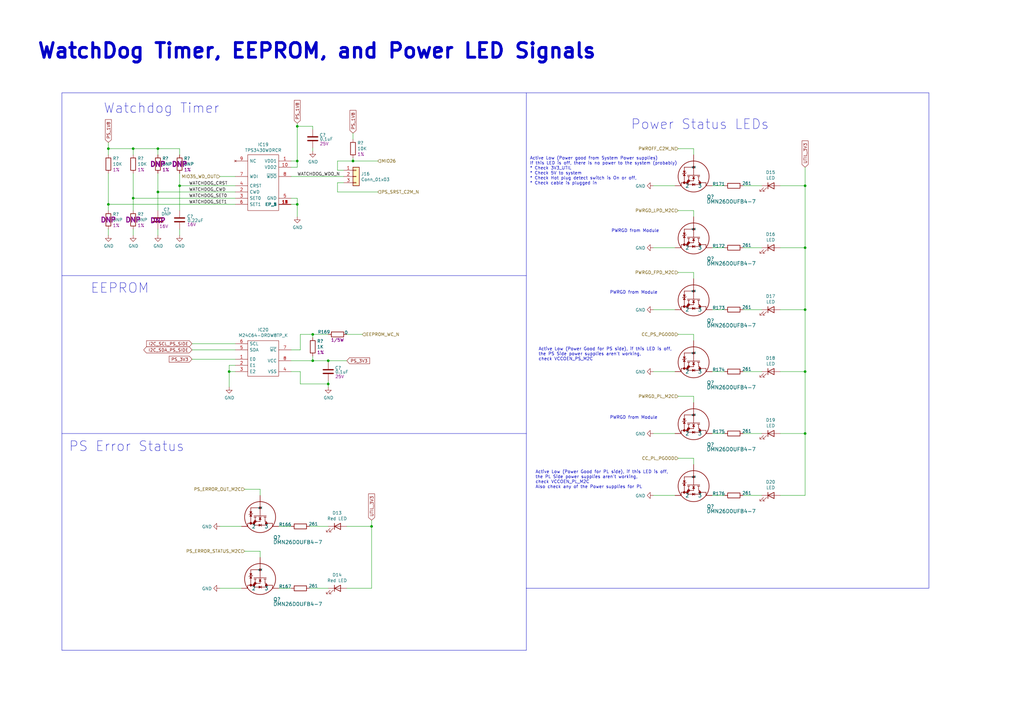
<source format=kicad_sch>
(kicad_sch (version 20230121) (generator eeschema)
  (paper "A3")
  (title_block (title "Top Sheet") (date "2023-12-21") (rev "1.00") (company "ApotheoTech LLC") (comment 1 "SCH: APT-KRIA-FMC") (comment 2 "Author: Chance Reimer"))
  (lib_symbols
    (symbol "ApotheoTech:DMN26D0UFB4-7" (pin_numbers hide) (pin_names (offset 1.6764))
      (property "Reference" "Q" (at 23.368 -2.032 0))
      (property "Value" "DMN26D0UFB4-7" (at 28.956 -4.318 0))
      (symbol "DMN26D0UFB4-7_1_1"
        (polyline (pts (xy 2.54 0) (xy 8.382 0)) (stroke (width 0.2032)))
        (polyline (pts (xy 5.08 -3.81) (xy 5.08 0)) (stroke (width 0.2032)))
        (polyline (pts (xy 5.08 -3.81) (xy 6.604 -3.81)) (stroke (width 0.2032)))
        (polyline (pts (xy 7.366 -3.048) (xy 7.62 -3.302)) (stroke (width 0.2032)))
        (polyline (pts (xy 7.62 -4.318) (xy 7.874 -4.572)) (stroke (width 0.2032)))
        (polyline (pts (xy 7.62 -3.302) (xy 7.62 -4.318)) (stroke (width 0.2032)))
        (polyline (pts (xy 8.382 -2.54) (xy 8.382 2.54)) (stroke (width 0.2032)))
        (polyline (pts (xy 8.636 -3.81) (xy 11.43 -3.81)) (stroke (width 0.2032)))
        (polyline (pts (xy 8.89 -2.54) (xy 8.89 -1.524)) (stroke (width 0.2032)))
        (polyline (pts (xy 8.89 -2.032) (xy 10.668 -2.032)) (stroke (width 0.2032)))
        (polyline (pts (xy 8.89 -0.508) (xy 8.89 0.508)) (stroke (width 0.2032)))
        (polyline (pts (xy 8.89 0) (xy 10.668 0)) (stroke (width 0.2032)))
        (polyline (pts (xy 8.89 1.524) (xy 8.89 2.54)) (stroke (width 0.2032)))
        (polyline (pts (xy 8.89 2.032) (xy 10.668 2.032)) (stroke (width 0.2032)))
        (polyline (pts (xy 10.668 -2.54) (xy 10.668 0)) (stroke (width 0.2032)))
        (polyline (pts (xy 10.668 -2.54) (xy 12.192 -2.54)) (stroke (width 0.2032)))
        (polyline (pts (xy 10.668 2.032) (xy 10.668 2.54)) (stroke (width 0.2032)))
        (polyline (pts (xy 10.668 2.54) (xy 12.192 2.54)) (stroke (width 0.2032)))
        (polyline (pts (xy 11.43 -5.08) (xy 11.43 -2.54)) (stroke (width 0.2032)))
        (polyline (pts (xy 11.43 -5.08) (xy 12.7 -5.08)) (stroke (width 0.2032)))
        (polyline (pts (xy 11.43 5.08) (xy 11.43 2.54)) (stroke (width 0.2032)))
        (polyline (pts (xy 11.43 5.08) (xy 12.7 5.08)) (stroke (width 0.2032)))
        (polyline (pts (xy 12.192 -2.54) (xy 12.192 2.54)) (stroke (width 0.2032)))
        (polyline (pts (xy 12.7 0.508) (xy 11.684 0.508)) (stroke (width 0.2032)))
        (polyline (pts (xy 6.604 -3.302) (xy 6.604 -4.318) (xy 7.62 -3.81) (xy 6.604 -3.302)) (stroke (width 0.0254)) (fill (type outline)))
        (polyline (pts (xy 8.636 -4.318) (xy 8.636 -3.302) (xy 7.62 -3.81) (xy 8.636 -4.318)) (stroke (width 0.0254)) (fill (type outline)))
        (polyline (pts (xy 9.906 -0.508) (xy 8.89 0) (xy 9.906 0.508) (xy 9.906 -0.508)) (stroke (width 0.0254)) (fill (type outline)))
        (polyline (pts (xy 12.7 -0.508) (xy 11.684 -0.508) (xy 12.192 0.508) (xy 12.7 -0.508)) (stroke (width 0.0254)) (fill (type outline)))
        (circle (center 5.08 0) (radius 0.0254) (stroke (width 0.508)))
        (circle (center 8.89 0) (radius 6.35) (stroke (width 0.254)))
        (circle (center 10.668 -2.032) (radius 0.0254) (stroke (width 0.508)))
        (circle (center 11.43 -3.81) (radius 0.0254) (stroke (width 0.508)))
        (circle (center 11.43 -2.54) (radius 0.0254) (stroke (width 0.508)))
        (circle (center 11.43 2.54) (radius 0.0254) (stroke (width 0.508)))
        (pin passive line (at 0 0 0) (length 2.54) (name "1") (number "1"))
        (pin passive line (at 12.7 -7.62 90) (length 2.54) (name "2") (number "2"))
        (pin passive line (at 12.7 7.62 270) (length 2.54) (name "3") (number "3"))
      )
    )
    (symbol "ApotheoTech:M24C64-DRDW8TP_K" (pin_names (offset 0.762))
      (property "Reference" "IC" (at -6.985 7.62 0))
      (property "Value" "M24C64-DRDW8TP_K" (at -6.985 5.08 0))
      (symbol "M24C64-DRDW8TP_K_0_0"
        (pin passive line (at -11.43 -3.81 0) (length 5.08) (name "E0") (number "1"))
        (pin passive line (at -11.43 -6.35 0) (length 5.08) (name "E1") (number "2"))
        (pin passive line (at -11.43 -8.89 0) (length 5.08) (name "E2") (number "3"))
        (pin passive line (at 11.43 -8.89 180) (length 5.08) (name "VSS") (number "4"))
        (pin passive line (at -11.43 0 0) (length 5.08) (name "SDA") (number "5"))
        (pin passive line (at -11.43 2.54 0) (length 5.08) (name "SCL") (number "6"))
        (pin passive line (at 11.43 0 180) (length 5.08) (name "~{WC}") (number "7"))
        (pin passive line (at 11.43 -4.445 180) (length 5.08) (name "VCC") (number "8"))
      )
      (symbol "M24C64-DRDW8TP_K_0_1"
        (rectangle (start -6.35 3.81) (end 6.35 -10.795))
      )
    )
    (symbol "ApotheoTech:TPS3430WDRCR" (pin_names (offset 0.762))
      (property "Reference" "IC" (at -5.715 16.51 0))
      (property "Value" "TPS3430WDRCR" (at -5.715 13.97 0))
      (symbol "TPS3430WDRCR_0_0"
        (pin passive line (at 11.43 10.16 180) (length 5.08) (name "VDD1") (number "1"))
        (pin passive line (at 11.43 7.62 180) (length 5.08) (name "VDD2") (number "10"))
        (pin passive line (at 11.43 -7.62 180) (length 5.08) (name "EP_1") (number "11"))
        (pin passive line (at 11.43 -7.62 180) (length 5.08) (name "EP_2") (number "12"))
        (pin passive line (at 11.43 -7.62 180) (length 5.08) (name "EP_3") (number "13"))
        (pin passive line (at 11.43 -7.62 180) (length 5.08) (name "EP_4") (number "14"))
        (pin passive line (at 11.43 -7.62 180) (length 5.08) (name "EP_5") (number "15"))
        (pin passive line (at -11.43 -2.54 0) (length 5.08) (name "CWD") (number "2"))
        (pin passive line (at -11.43 -5.08 0) (length 5.08) (name "SET0") (number "3"))
        (pin passive line (at -11.43 0 0) (length 5.08) (name "CRST") (number "4"))
        (pin passive line (at 11.43 -5.08 180) (length 5.08) (name "GND") (number "5"))
        (pin passive line (at -11.43 -7.62 0) (length 5.08) (name "SET1") (number "6"))
        (pin passive line (at -11.43 3.81 0) (length 5.08) (name "WDI") (number "7"))
        (pin passive line (at 11.43 3.81 180) (length 5.08) (name "~{WDO}") (number "8"))
        (pin no_connect line (at -11.43 10.16 0) (length 5.08) (name "NC") (number "9"))
      )
      (symbol "TPS3430WDRCR_0_1"
        (rectangle (start -6.35 12.7) (end 6.35 -10.16))
      )
    )
    (symbol "Connector_Generic:Conn_01x03" (pin_names (offset 1.016) hide)
      (property "Reference" "J" (at 0 5.08 0))
      (property "Value" "Conn_01x03" (at 0 -5.08 0))
      (symbol "Conn_01x03_1_1"
        (rectangle (start -1.27 -2.413) (end 0 -2.667) (stroke (width 0.1524)))
        (rectangle (start -1.27 0.127) (end 0 -0.127) (stroke (width 0.1524)))
        (rectangle (start -1.27 2.667) (end 0 2.413) (stroke (width 0.1524)))
        (rectangle (start -1.27 3.81) (end 1.27 -3.81) (stroke (width 0.254)) (fill (type background)))
        (pin passive line (at -5.08 2.54 0) (length 3.81) (name "Pin_1") (number "1"))
        (pin passive line (at -5.08 0 0) (length 3.81) (name "Pin_2") (number "2"))
        (pin passive line (at -5.08 -2.54 0) (length 3.81) (name "Pin_3") (number "3"))
      )
    )
    (symbol "Device:C" (pin_numbers hide) (pin_names (offset 0.254))
      (property "Reference" "C" (at 0.635 2.54 0))
      (property "Value" "C" (at 0.635 -2.54 0))
      (symbol "C_0_1"
        (polyline (pts (xy -2.032 -0.762) (xy 2.032 -0.762)) (stroke (width 0.508)))
        (polyline (pts (xy -2.032 0.762) (xy 2.032 0.762)) (stroke (width 0.508)))
      )
      (symbol "C_1_1"
        (pin passive line (at 0 3.81 270) (length 2.794) (name "~") (number "1"))
        (pin passive line (at 0 -3.81 90) (length 2.794) (name "~") (number "2"))
      )
    )
    (symbol "Device:LED" (pin_numbers hide) (pin_names (offset 1.016) hide)
      (property "Reference" "D" (at 0 2.54 0))
      (property "Value" "LED" (at 0 -2.54 0))
      (symbol "LED_0_1"
        (polyline (pts (xy -1.27 -1.27) (xy -1.27 1.27)) (stroke (width 0.254)))
        (polyline (pts (xy -1.27 0) (xy 1.27 0)))
        (polyline (pts (xy 1.27 -1.27) (xy 1.27 1.27) (xy -1.27 0) (xy 1.27 -1.27)) (stroke (width 0.254)))
        (polyline (pts (xy -3.048 -0.762) (xy -4.572 -2.286) (xy -3.81 -2.286) (xy -4.572 -2.286) (xy -4.572 -1.524)))
        (polyline (pts (xy -1.778 -0.762) (xy -3.302 -2.286) (xy -2.54 -2.286) (xy -3.302 -2.286) (xy -3.302 -1.524)))
      )
      (symbol "LED_1_1"
        (pin passive line (at -3.81 0 0) (length 2.54) (name "K") (number "1"))
        (pin passive line (at 3.81 0 180) (length 2.54) (name "A") (number "2"))
      )
    )
    (symbol "Device:R" (pin_numbers hide) (pin_names (offset 0))
      (property "Reference" "R" (at 2.032 0 90))
      (property "Value" "R" (at 0 0 90))
      (symbol "R_0_1"
        (rectangle (start -1.016 -2.54) (end 1.016 2.54) (stroke (width 0.254)))
      )
      (symbol "R_1_1"
        (pin passive line (at 0 3.81 270) (length 1.27) (name "~") (number "1"))
        (pin passive line (at 0 -3.81 90) (length 1.27) (name "~") (number "2"))
      )
    )
    (symbol "power:GND" (power) (pin_names (offset 0))
      (property "Value" "GND" (at 0 -3.81 0))
      (symbol "GND_0_1"
        (polyline (pts (xy 0 0) (xy 0 -1.27) (xy 1.27 -1.27) (xy 0 -2.54) (xy -1.27 -1.27) (xy 0 -1.27)))
      )
      (symbol "GND_1_1"
        (pin power_in line (at 0 0 270) (length 0) hide (name "GND") (number "1"))
      )
    )
  )
  (junction (at 54.61 81.28))
  (junction (at 128.27 147.955))
  (junction (at 152.4 215.9))
  (junction (at 330.2 127))
  (junction (at 330.2 101.6))
  (junction (at 54.61 60.96))
  (junction (at 330.2 177.8))
  (junction (at 134.62 157.48))
  (junction (at 134.62 147.955))
  (junction (at 64.77 78.74))
  (junction (at 64.77 60.96))
  (junction (at 144.78 66.04))
  (junction (at 121.92 51.816))
  (junction (at 44.45 60.96))
  (junction (at 330.2 76.2))
  (junction (at 121.92 66.04))
  (junction (at 330.2 152.4))
  (junction (at 93.98 152.4))
  (junction (at 128.27 137.16))
  (junction (at 44.45 83.82))
  (junction (at 121.92 83.82))
  (junction (at 73.66 76.2))
  (wire (pts (xy 304.8 203.2) (xy 312.42 203.2)))
  (polyline (pts (xy 25.4 266.7) (xy 25.4 38.1)))
  (wire (pts (xy 121.92 83.82) (xy 119.38 83.82)))
  (polyline (pts (xy 381 38.1) (xy 381 241.3)))
  (wire (pts (xy 134.62 157.48) (xy 123.19 157.48)))
  (wire (pts (xy 284.48 86.36) (xy 278.13 86.36)))
  (wire (pts (xy 304.8 152.4) (xy 312.42 152.4)))
  (wire (pts (xy 320.04 127) (xy 330.2 127)))
  (wire (pts (xy 320.04 152.4) (xy 330.2 152.4)))
  (wire (pts (xy 138.43 69.85) (xy 138.43 66.04)))
  (wire (pts (xy 330.2 152.4) (xy 330.2 177.8)))
  (wire (pts (xy 128.27 60.706) (xy 128.27 61.976)))
  (wire (pts (xy 134.62 156.21) (xy 134.62 157.48)))
  (wire (pts (xy 121.92 51.816) (xy 121.92 50.546)))
  (wire (pts (xy 96.52 83.82) (xy 44.45 83.82)))
  (wire (pts (xy 106.68 200.66) (xy 100.33 200.66)))
  (wire (pts (xy 44.45 86.36) (xy 44.45 83.82)))
  (wire (pts (xy 140.97 74.93) (xy 138.43 74.93)))
  (wire (pts (xy 284.48 114.3) (xy 284.48 111.76)))
  (wire (pts (xy 123.19 143.51) (xy 123.19 137.16)))
  (wire (pts (xy 121.92 66.04) (xy 119.38 66.04)))
  (wire (pts (xy 144.78 57.15) (xy 144.78 54.61)))
  (wire (pts (xy 121.92 68.58) (xy 121.92 66.04)))
  (wire (pts (xy 284.48 63.5) (xy 284.48 60.96)))
  (wire (pts (xy 138.43 78.74) (xy 154.94 78.74)))
  (polyline (pts (xy 215.9 177.8) (xy 25.4 177.8)))
  (wire (pts (xy 330.2 127) (xy 330.2 152.4)))
  (wire (pts (xy 128.27 147.955) (xy 128.27 146.05)))
  (polyline (pts (xy 215.9 38.1) (xy 215.9 266.7)))
  (wire (pts (xy 140.97 69.85) (xy 138.43 69.85)))
  (wire (pts (xy 320.04 203.2) (xy 330.2 203.2)))
  (wire (pts (xy 96.52 143.51) (xy 78.74 143.51)))
  (wire (pts (xy 114.3 215.9) (xy 119.38 215.9)))
  (wire (pts (xy 119.38 147.955) (xy 128.27 147.955)))
  (wire (pts (xy 292.1 101.6) (xy 297.18 101.6)))
  (wire (pts (xy 96.52 81.28) (xy 54.61 81.28)))
  (wire (pts (xy 152.4 215.9) (xy 152.4 213.36)))
  (wire (pts (xy 73.66 76.2) (xy 73.66 71.12)))
  (wire (pts (xy 292.1 203.2) (xy 297.18 203.2)))
  (wire (pts (xy 114.3 241.3) (xy 119.38 241.3)))
  (wire (pts (xy 54.61 93.98) (xy 54.61 96.52)))
  (wire (pts (xy 128.27 51.816) (xy 128.27 53.086)))
  (wire (pts (xy 106.68 226.06) (xy 100.33 226.06)))
  (wire (pts (xy 330.2 76.2) (xy 330.2 68.58)))
  (wire (pts (xy 119.38 81.28) (xy 121.92 81.28)))
  (wire (pts (xy 44.45 83.82) (xy 44.45 71.12)))
  (wire (pts (xy 292.1 76.2) (xy 297.18 76.2)))
  (wire (pts (xy 284.48 60.96) (xy 278.13 60.96)))
  (wire (pts (xy 93.98 152.4) (xy 93.98 158.75)))
  (wire (pts (xy 330.2 76.2) (xy 330.2 101.6)))
  (wire (pts (xy 304.8 177.8) (xy 312.42 177.8)))
  (wire (pts (xy 142.24 215.9) (xy 152.4 215.9)))
  (wire (pts (xy 128.27 137.16) (xy 134.62 137.16)))
  (wire (pts (xy 106.68 228.6) (xy 106.68 226.06)))
  (wire (pts (xy 44.45 60.96) (xy 54.61 60.96)))
  (wire (pts (xy 90.17 241.3) (xy 99.06 241.3)))
  (wire (pts (xy 284.48 165.1) (xy 284.48 162.56)))
  (wire (pts (xy 138.43 66.04) (xy 144.78 66.04)))
  (wire (pts (xy 284.48 162.56) (xy 278.13 162.56)))
  (wire (pts (xy 128.27 138.43) (xy 128.27 137.16)))
  (wire (pts (xy 54.61 86.36) (xy 54.61 81.28)))
  (wire (pts (xy 284.48 137.16) (xy 278.13 137.16)))
  (wire (pts (xy 138.43 74.93) (xy 138.43 78.74)))
  (wire (pts (xy 96.52 147.32) (xy 78.74 147.32)))
  (wire (pts (xy 93.98 152.4) (xy 96.52 152.4)))
  (wire (pts (xy 144.78 64.77) (xy 144.78 66.04)))
  (wire (pts (xy 267.97 76.2) (xy 276.86 76.2)))
  (wire (pts (xy 73.66 93.98) (xy 73.66 96.52)))
  (wire (pts (xy 73.66 60.96) (xy 73.66 63.5)))
  (wire (pts (xy 121.92 51.816) (xy 128.27 51.816)))
  (wire (pts (xy 106.68 203.2) (xy 106.68 200.66)))
  (wire (pts (xy 330.2 177.8) (xy 330.2 203.2)))
  (wire (pts (xy 304.8 76.2) (xy 312.42 76.2)))
  (wire (pts (xy 284.48 111.76) (xy 278.13 111.76)))
  (wire (pts (xy 44.45 93.98) (xy 44.45 96.52)))
  (wire (pts (xy 142.24 137.16) (xy 148.59 137.16)))
  (wire (pts (xy 64.77 60.96) (xy 73.66 60.96)))
  (wire (pts (xy 134.62 147.955) (xy 142.24 147.955)))
  (wire (pts (xy 284.48 139.7) (xy 284.48 137.16)))
  (wire (pts (xy 73.66 76.2) (xy 73.66 86.36)))
  (wire (pts (xy 119.38 68.58) (xy 121.92 68.58)))
  (wire (pts (xy 119.38 72.39) (xy 140.97 72.39)))
  (wire (pts (xy 119.38 143.51) (xy 123.19 143.51)))
  (wire (pts (xy 284.48 187.96) (xy 278.13 187.96)))
  (wire (pts (xy 54.61 81.28) (xy 54.61 71.12)))
  (wire (pts (xy 267.97 177.8) (xy 276.86 177.8)))
  (wire (pts (xy 267.97 101.6) (xy 276.86 101.6)))
  (wire (pts (xy 96.52 140.97) (xy 78.74 140.97)))
  (polyline (pts (xy 215.9 266.7) (xy 25.4 266.7)))
  (wire (pts (xy 54.61 60.96) (xy 64.77 60.96)))
  (wire (pts (xy 292.1 177.8) (xy 297.18 177.8)))
  (wire (pts (xy 123.19 137.16) (xy 128.27 137.16)))
  (polyline (pts (xy 25.4 113.03) (xy 215.9 113.03)))
  (wire (pts (xy 44.45 60.96) (xy 44.45 58.42)))
  (wire (pts (xy 54.61 60.96) (xy 54.61 63.5)))
  (wire (pts (xy 64.77 78.74) (xy 64.77 86.36)))
  (wire (pts (xy 292.1 152.4) (xy 297.18 152.4)))
  (wire (pts (xy 123.19 157.48) (xy 123.19 152.4)))
  (polyline (pts (xy 380.873 241.3) (xy 215.773 241.3)))
  (wire (pts (xy 128.27 147.955) (xy 134.62 147.955)))
  (wire (pts (xy 284.48 190.5) (xy 284.48 187.96)))
  (wire (pts (xy 320.04 76.2) (xy 330.2 76.2)))
  (wire (pts (xy 96.52 76.2) (xy 73.66 76.2)))
  (wire (pts (xy 267.97 127) (xy 276.86 127)))
  (wire (pts (xy 304.8 127) (xy 312.42 127)))
  (wire (pts (xy 152.4 241.3) (xy 152.4 215.9)))
  (wire (pts (xy 44.45 63.5) (xy 44.45 60.96)))
  (wire (pts (xy 64.77 60.96) (xy 64.77 63.5)))
  (wire (pts (xy 267.97 152.4) (xy 276.86 152.4)))
  (wire (pts (xy 96.52 72.39) (xy 90.17 72.39)))
  (wire (pts (xy 320.04 177.8) (xy 330.2 177.8)))
  (wire (pts (xy 64.77 78.74) (xy 64.77 71.12)))
  (wire (pts (xy 134.62 147.955) (xy 134.62 148.59)))
  (polyline (pts (xy 25.4 38.1) (xy 381 38.1)))
  (wire (pts (xy 284.48 88.9) (xy 284.48 86.36)))
  (wire (pts (xy 123.19 152.4) (xy 119.38 152.4)))
  (wire (pts (xy 127 215.9) (xy 134.62 215.9)))
  (wire (pts (xy 90.17 215.9) (xy 99.06 215.9)))
  (wire (pts (xy 320.04 101.6) (xy 330.2 101.6)))
  (wire (pts (xy 144.78 66.04) (xy 154.94 66.04)))
  (wire (pts (xy 64.77 93.98) (xy 64.77 96.52)))
  (wire (pts (xy 304.8 101.6) (xy 312.42 101.6)))
  (wire (pts (xy 96.52 78.74) (xy 64.77 78.74)))
  (wire (pts (xy 121.92 51.816) (xy 121.92 66.04)))
  (wire (pts (xy 93.98 149.86) (xy 93.98 152.4)))
  (wire (pts (xy 292.1 127) (xy 297.18 127)))
  (wire (pts (xy 96.52 149.86) (xy 93.98 149.86)))
  (wire (pts (xy 267.97 203.2) (xy 276.86 203.2)))
  (wire (pts (xy 121.92 83.82) (xy 121.92 88.9)))
  (wire (pts (xy 121.92 81.28) (xy 121.92 83.82)))
  (wire (pts (xy 134.62 157.48) (xy 134.62 158.75)))
  (wire (pts (xy 142.24 241.3) (xy 152.4 241.3)))
  (wire (pts (xy 330.2 101.6) (xy 330.2 127)))
  (wire (pts (xy 127 241.3) (xy 134.62 241.3)))
  (text "EEPROM" (at 37.084 120.65 0) (effects (font (size 3.9878 3.9878)) (justify left bottom)))
  (text "WatchDog Timer, EEPROM, and Power LED Signals" (at 14.986 24.511 0) (effects (font (size 5.9944 5.9944) (thickness 1.1989) bold) (justify left bottom)))
  (text "PWRGD from Module" (at 250.063 120.777 0) (effects (font (size 1.27 1.27)) (justify left bottom)))
  (text "Watchdog Timer" (at 42.418 46.863 0) (effects (font (size 3.9878 3.9878)) (justify left bottom)))
  (text "PWRGD from Module" (at 250.698 95.504 0) (effects (font (size 1.27 1.27)) (justify left bottom)))
  (text "Active Low (Power good from System Power supplies)\nIf this LED is off, there is no power to the system (probably)\n* Check 3V3_UTIL\n* Check 5V to system\n* Check Hot plug detect switch is On or off,\n* Check cable is plugged in\n" (at 217.297 75.946 0) (effects (font (size 1.27 1.27)) (justify left bottom)))
  (text "Active Low (Power Good for PS side), if this LED is off,\nthe PS Side power supplies aren't working, \ncheck VCCOEN_PS_M2C" (at 220.853 148.082 0) (effects (font (size 1.27 1.27)) (justify left bottom)))
  (text "Power Status LEDs" (at 258.699 53.467 0) (effects (font (size 3.9878 3.9878)) (justify left bottom)))
  (text "PWRGD from Module" (at 250.063 172.085 0) (effects (font (size 1.27 1.27)) (justify left bottom)))
  (text "Active Low (Power Good for PL side), if this LED is off,\nthe PL Side power supplies aren't working, \ncheck VCCOEN_PL_M2C\nAlso check any of the Power supplies for PL" (at 219.583 200.533 0) (effects (font (size 1.27 1.27)) (justify left bottom)))
  (text "PS Error Status" (at 28.194 185.547 0) (effects (font (size 3.9878 3.9878)) (justify left bottom)))
  (label "WATCHDOG_SET1" (at 77.47 83.82 0))
  (label "WATCHDOG_CRST" (at 77.47 76.2 0))
  (label "WATCHDOG_CWD" (at 77.47 78.74 0))
  (label "WATCHDOG_WDO_N" (at 121.92 72.39 0))
  (label "WATCHDOG_SET0" (at 77.47 81.28 0))
  (global_label "I2C_SDA_PS_SIDE" (shape bidirectional) (at 78.74 143.51 180) (property "Intersheetrefs" "${INTERSHEET_REFS}" (effects hide)))
  (global_label "PS_3V3" (shape input) (at 142.24 147.955 0) (property "Intersheetrefs" "${INTERSHEET_REFS}" (effects hide)))
  (global_label "UTIL_3V3" (shape input) (at 330.2 68.58 90) (property "Intersheetrefs" "${INTERSHEET_REFS}" (effects hide)))
  (global_label "PS_3V3" (shape input) (at 78.74 147.32 180) (property "Intersheetrefs" "${INTERSHEET_REFS}" (effects hide)))
  (global_label "PS_1V8" (shape input) (at 144.78 54.61 90) (property "Intersheetrefs" "${INTERSHEET_REFS}" (effects hide)))
  (global_label "I2C_SCL_PS_SIDE" (shape input) (at 78.74 140.97 180) (property "Intersheetrefs" "${INTERSHEET_REFS}" (effects hide)))
  (global_label "PS_1V8" (shape input) (at 44.45 58.42 90) (property "Intersheetrefs" "${INTERSHEET_REFS}" (effects hide)))
  (global_label "PS_1V8" (shape input) (at 121.92 50.546 90) (property "Intersheetrefs" "${INTERSHEET_REFS}" (effects hide)))
  (global_label "UTIL_3V3" (shape input) (at 152.4 213.36 90) (property "Intersheetrefs" "${INTERSHEET_REFS}" (effects hide)))
  (hierarchical_label "CC_PL_PGOOD" (shape input) (at 278.13 187.96 180))
  (hierarchical_label "CC_PS_PGOOD" (shape input) (at 278.13 137.16 180))
  (hierarchical_label "PWRGD_FPD_M2C" (shape input) (at 278.13 111.76 180))
  (hierarchical_label "PWROFF_C2M_N" (shape input) (at 278.13 60.96 180))
  (hierarchical_label "PS_ERROR_STATUS_M2C" (shape input) (at 100.33 226.06 180))
  (hierarchical_label "PWRGD_PL_M2C" (shape input) (at 278.13 162.56 180))
  (hierarchical_label "PWRGD_LPD_M2C" (shape input) (at 278.13 86.36 180))
  (hierarchical_label "EEPROM_WC_N" (shape input) (at 148.59 137.16 0))
  (hierarchical_label "MIO35_WD_OUT" (shape input) (at 90.17 72.39 180))
  (hierarchical_label "MIO26" (shape input) (at 154.94 66.04 0))
  (hierarchical_label "PS_ERROR_OUT_M2C" (shape input) (at 100.33 200.66 180))
  (hierarchical_label "PS_SRST_C2M_N" (shape input) (at 154.94 78.74 0))
  (symbol (lib_id "Device:R") (at 123.19 241.3 90) (unit 1)
    (property "Reference" "R167" (at 116.967 240.538 90))
    (property "Value" "261" (at 128.524 240.284 90))
    (property "Footprint" "Resistor_SMD:R_0402_1005Metric" (effects hide))
    (property "PartNumber" "ERJ-2RKF2610X" (effects hide))
    (property "Power" "1/10W" (effects hide))
    (property "URL" "https://www.digikey.com/en/products/detail/ERJ-2RKF2610X/P261LCT-ND/194299?itemSeq=376143758" (effects hide))
    (instances (project "APT-KRIA-FMC" (path "" (reference "R167") (unit 1)) (path "" (reference "R?") (unit 1))))
  )
  (symbol (lib_id "power:GND") (at 90.17 241.3 270) (unit 1)
    (property "Reference" "#PWR0224" (effects hide))
    (property "Value" "GND" (at 86.9188 241.427 90) (effects (justify right)))
  )
  (symbol (lib_id "ApotheoTech:DMN26D0UFB4-7") (at 106.68 228.6 270) (unit 1)
    (property "Reference" "Q?" (at 112.014 245.872 90) (effects (font (size 1.524 1.524)) (justify left)))
    (property "Value" "DMN26D0UFB4-7" (at 112.014 247.777 90) (effects (font (size 1.524 1.524)) (justify left)))
    (property "Footprint" "ApotheoTech_CXP_Lib:DMN26D0UFB4-7" (effects hide))
    (instances (project "APT-KRIA-FMC" (path "" (reference "Q?") (unit 1)) (path "" (reference "Q?") (unit 1)) (path "" (reference "Q23") (unit 1))))
  )
  (symbol (lib_id "Device:LED") (at 138.43 215.9 0) (unit 1)
    (property "Reference" "D13" (at 138.2522 210.3882 0))
    (property "Value" "Red LED" (at 138.2522 212.6996 0))
    (property "Footprint" "Diode_SMD:D_0603_1608Metric" (effects hide))
    (property "PartNumber" "APT1608SURCK" (effects hide))
  )
  (symbol (lib_id "Device:R") (at 123.19 215.9 90) (unit 1)
    (property "Reference" "R166" (at 116.967 215.138 90))
    (property "Value" "261" (at 128.524 214.884 90))
    (property "Footprint" "Resistor_SMD:R_0402_1005Metric" (effects hide))
    (property "PartNumber" "ERJ-2RKF2610X" (effects hide))
    (property "Power" "1/10W" (effects hide))
    (property "URL" "https://www.digikey.com/en/products/detail/ERJ-2RKF2610X/P261LCT-ND/194299?itemSeq=376143758" (effects hide))
    (instances (project "APT-KRIA-FMC" (path "" (reference "R166") (unit 1)) (path "" (reference "R?") (unit 1))))
  )
  (symbol (lib_id "power:GND") (at 90.17 215.9 270) (unit 1)
    (property "Reference" "#PWR0223" (effects hide))
    (property "Value" "GND" (at 86.9188 216.027 90) (effects (justify right)))
  )
  (symbol (lib_id "ApotheoTech:DMN26D0UFB4-7") (at 106.68 203.2 270) (unit 1)
    (property "Reference" "Q?" (at 112.014 220.472 90) (effects (font (size 1.524 1.524)) (justify left)))
    (property "Value" "DMN26D0UFB4-7" (at 112.014 222.377 90) (effects (font (size 1.524 1.524)) (justify left)))
    (property "Footprint" "ApotheoTech_CXP_Lib:DMN26D0UFB4-7" (effects hide))
    (instances (project "APT-KRIA-FMC" (path "" (reference "Q?") (unit 1)) (path "" (reference "Q?") (unit 1)) (path "" (reference "Q22") (unit 1))))
  )
  (symbol (lib_id "Device:LED") (at 138.43 241.3 0) (unit 1)
    (property "Reference" "D14" (at 138.2522 235.7882 0))
    (property "Value" "Red LED" (at 138.2522 238.0996 0))
    (property "Footprint" "Diode_SMD:D_0603_1608Metric" (effects hide))
    (property "PartNumber" "APT1608SURCK" (effects hide))
  )
  (symbol (lib_id "ApotheoTech:TPS3430WDRCR") (at 107.95 76.2 0) (unit 1)
    (property "Reference" "IC19" (at 107.95 59.309 0))
    (property "Value" "TPS3430WDRCR" (at 107.95 61.6204 0))
    (property "Footprint" "ApotheoTech_CXP_Lib:TPS3430WDRCR" (effects hide))
    (property "Datasheet" "https://www.tij.co.jp/lit/ds/symlink/tps3430.pdf?ts=1614313111942&ref_url=https%253A%252F%252Fwww.tij.co.jp%252Fproduct%252Fjp%252FTPS3430" (effects hide))
    (property "Description" "Window Watchdog Timer With Programmable Reset Delay" (effects hide))
    (property "Height" "1" (effects hide))
    (property "Mouser Part Number" "595-TPS3430WDRCR" (effects hide))
    (property "Mouser Price/Stock" "https://www.mouser.co.uk/ProductDetail/Texas-Instruments/TPS3430WDRCR?qs=w%2Fv1CP2dgqqCtqjQEACEPw%3D%3D" (effects hide))
    (property "Manufacturer_Name" "Texas Instruments" (effects hide))
    (property "Manufacturer_Part_Number" "TPS3430WDRCR" (effects hide))
  )
  (symbol (lib_id "ApotheoTech:DMN26D0UFB4-7") (at 284.48 63.5 270) (unit 1)
    (property "Reference" "Q?" (at 289.814 80.772 90) (effects (font (size 1.524 1.524)) (justify left)))
    (property "Value" "DMN26D0UFB4-7" (at 289.814 82.677 90) (effects (font (size 1.524 1.524)) (justify left)))
    (property "Footprint" "ApotheoTech_CXP_Lib:DMN26D0UFB4-7" (effects hide))
    (instances (project "APT-KRIA-FMC" (path "" (reference "Q?") (unit 1)) (path "" (reference "Q?") (unit 1)) (path "" (reference "Q24") (unit 1))))
  )
  (symbol (lib_id "power:GND") (at 267.97 76.2 270) (unit 1)
    (property "Reference" "#PWR0229" (effects hide))
    (property "Value" "GND" (at 264.7188 76.327 90) (effects (justify right)))
  )
  (symbol (lib_id "Device:R") (at 300.99 76.2 90) (unit 1)
    (property "Reference" "R171" (at 294.767 75.438 90))
    (property "Value" "261" (at 306.324 75.184 90))
    (property "Footprint" "Resistor_SMD:R_0402_1005Metric" (effects hide))
    (property "PartNumber" "ERJ-2RKF2610X" (effects hide))
    (property "Power" "1/10W" (effects hide))
    (property "URL" "https://www.digikey.com/en/products/detail/ERJ-2RKF2610X/P261LCT-ND/194299?itemSeq=376143758" (effects hide))
    (instances (project "APT-KRIA-FMC" (path "" (reference "R171") (unit 1)) (path "" (reference "R?") (unit 1))))
  )
  (symbol (lib_id "Device:LED") (at 316.23 76.2 0) (unit 1)
    (property "Reference" "D15" (at 316.0522 70.6882 0))
    (property "Value" "LED" (at 316.0522 72.9996 0))
    (property "Footprint" "Diode_SMD:D_0603_1608Metric" (effects hide))
    (property "PartNumber" "SML-LX0603GW-TR" (effects hide))
  )
  (symbol (lib_id "ApotheoTech:DMN26D0UFB4-7") (at 284.48 88.9 270) (unit 1)
    (property "Reference" "Q?" (at 289.814 106.172 90) (effects (font (size 1.524 1.524)) (justify left)))
    (property "Value" "DMN26D0UFB4-7" (at 289.814 108.077 90) (effects (font (size 1.524 1.524)) (justify left)))
    (property "Footprint" "ApotheoTech_CXP_Lib:DMN26D0UFB4-7" (effects hide))
    (instances (project "APT-KRIA-FMC" (path "" (reference "Q?") (unit 1)) (path "" (reference "Q?") (unit 1)) (path "" (reference "Q25") (unit 1))))
  )
  (symbol (lib_id "power:GND") (at 267.97 101.6 270) (unit 1)
    (property "Reference" "#PWR0230" (effects hide))
    (property "Value" "GND" (at 264.7188 101.727 90) (effects (justify right)))
  )
  (symbol (lib_id "Device:R") (at 300.99 101.6 90) (unit 1)
    (property "Reference" "R172" (at 294.767 100.838 90))
    (property "Value" "261" (at 306.324 100.584 90))
    (property "Footprint" "Resistor_SMD:R_0402_1005Metric" (effects hide))
    (property "PartNumber" "ERJ-2RKF2610X" (effects hide))
    (property "Power" "1/10W" (effects hide))
    (property "URL" "https://www.digikey.com/en/products/detail/ERJ-2RKF2610X/P261LCT-ND/194299?itemSeq=376143758" (effects hide))
    (instances (project "APT-KRIA-FMC" (path "" (reference "R172") (unit 1)) (path "" (reference "R?") (unit 1))))
  )
  (symbol (lib_id "Device:LED") (at 316.23 101.6 0) (unit 1)
    (property "Reference" "D16" (at 316.0522 96.0882 0))
    (property "Value" "LED" (at 316.0522 98.3996 0))
    (property "Footprint" "Diode_SMD:D_0603_1608Metric" (effects hide))
    (property "PartNumber" "SML-LX0603GW-TR" (effects hide))
  )
  (symbol (lib_id "ApotheoTech:DMN26D0UFB4-7") (at 284.48 114.3 270) (unit 1)
    (property "Reference" "Q?" (at 289.814 131.572 90) (effects (font (size 1.524 1.524)) (justify left)))
    (property "Value" "DMN26D0UFB4-7" (at 289.814 133.477 90) (effects (font (size 1.524 1.524)) (justify left)))
    (property "Footprint" "ApotheoTech_CXP_Lib:DMN26D0UFB4-7" (effects hide))
    (instances (project "APT-KRIA-FMC" (path "" (reference "Q?") (unit 1)) (path "" (reference "Q?") (unit 1)) (path "" (reference "Q26") (unit 1))))
  )
  (symbol (lib_id "power:GND") (at 267.97 127 270) (unit 1)
    (property "Reference" "#PWR0231" (effects hide))
    (property "Value" "GND" (at 264.7188 127.127 90) (effects (justify right)))
  )
  (symbol (lib_id "Device:R") (at 300.99 127 90) (unit 1)
    (property "Reference" "R173" (at 294.767 126.238 90))
    (property "Value" "261" (at 306.324 125.984 90))
    (property "Footprint" "Resistor_SMD:R_0402_1005Metric" (effects hide))
    (property "PartNumber" "ERJ-2RKF2610X" (effects hide))
    (property "Power" "1/10W" (effects hide))
    (property "URL" "https://www.digikey.com/en/products/detail/ERJ-2RKF2610X/P261LCT-ND/194299?itemSeq=376143758" (effects hide))
    (instances (project "APT-KRIA-FMC" (path "" (reference "R173") (unit 1)) (path "" (reference "R?") (unit 1))))
  )
  (symbol (lib_id "Device:LED") (at 316.23 127 0) (unit 1)
    (property "Reference" "D17" (at 316.0522 121.4882 0))
    (property "Value" "LED" (at 316.0522 123.7996 0))
    (property "Footprint" "Diode_SMD:D_0603_1608Metric" (effects hide))
    (property "PartNumber" "SML-LX0603GW-TR" (effects hide))
  )
  (symbol (lib_id "ApotheoTech:DMN26D0UFB4-7") (at 284.48 139.7 270) (unit 1)
    (property "Reference" "Q?" (at 289.814 156.972 90) (effects (font (size 1.524 1.524)) (justify left)))
    (property "Value" "DMN26D0UFB4-7" (at 289.814 158.877 90) (effects (font (size 1.524 1.524)) (justify left)))
    (property "Footprint" "ApotheoTech_CXP_Lib:DMN26D0UFB4-7" (effects hide))
    (instances (project "APT-KRIA-FMC" (path "" (reference "Q?") (unit 1)) (path "" (reference "Q?") (unit 1)) (path "" (reference "Q27") (unit 1))))
  )
  (symbol (lib_id "power:GND") (at 267.97 152.4 270) (unit 1)
    (property "Reference" "#PWR0232" (effects hide))
    (property "Value" "GND" (at 264.7188 152.527 90) (effects (justify right)))
  )
  (symbol (lib_id "Device:R") (at 300.99 152.4 90) (unit 1)
    (property "Reference" "R174" (at 294.767 151.638 90))
    (property "Value" "261" (at 306.324 151.384 90))
    (property "Footprint" "Resistor_SMD:R_0402_1005Metric" (effects hide))
    (property "PartNumber" "ERJ-2RKF2610X" (effects hide))
    (property "Power" "1/10W" (effects hide))
    (property "URL" "https://www.digikey.com/en/products/detail/ERJ-2RKF2610X/P261LCT-ND/194299?itemSeq=376143758" (effects hide))
    (instances (project "APT-KRIA-FMC" (path "" (reference "R174") (unit 1)) (path "" (reference "R?") (unit 1))))
  )
  (symbol (lib_id "Device:LED") (at 316.23 152.4 0) (unit 1)
    (property "Reference" "D18" (at 316.0522 146.8882 0))
    (property "Value" "LED" (at 316.0522 149.1996 0))
    (property "Footprint" "Diode_SMD:D_0603_1608Metric" (effects hide))
    (property "PartNumber" "SML-LX0603GW-TR" (effects hide))
  )
  (symbol (lib_id "Device:LED") (at 316.23 203.2 0) (unit 1)
    (property "Reference" "D20" (at 316.0522 197.6882 0))
    (property "Value" "LED" (at 316.0522 199.9996 0))
    (property "Footprint" "Diode_SMD:D_0603_1608Metric" (effects hide))
    (property "PartNumber" "SML-LX0603GW-TR" (effects hide))
  )
  (symbol (lib_id "Device:R") (at 300.99 203.2 90) (unit 1)
    (property "Reference" "R176" (at 294.767 202.438 90))
    (property "Value" "261" (at 306.324 202.184 90))
    (property "Footprint" "Resistor_SMD:R_0402_1005Metric" (effects hide))
    (property "PartNumber" "ERJ-2RKF2610X" (effects hide))
    (property "Power" "1/10W" (effects hide))
    (property "URL" "https://www.digikey.com/en/products/detail/ERJ-2RKF2610X/P261LCT-ND/194299?itemSeq=376143758" (effects hide))
    (instances (project "APT-KRIA-FMC" (path "" (reference "R176") (unit 1)) (path "" (reference "R?") (unit 1))))
  )
  (symbol (lib_id "power:GND") (at 267.97 203.2 270) (unit 1)
    (property "Reference" "#PWR0234" (effects hide))
    (property "Value" "GND" (at 264.7188 203.327 90) (effects (justify right)))
  )
  (symbol (lib_id "ApotheoTech:DMN26D0UFB4-7") (at 284.48 190.5 270) (unit 1)
    (property "Reference" "Q?" (at 289.814 207.772 90) (effects (font (size 1.524 1.524)) (justify left)))
    (property "Value" "DMN26D0UFB4-7" (at 289.814 209.677 90) (effects (font (size 1.524 1.524)) (justify left)))
    (property "Footprint" "ApotheoTech_CXP_Lib:DMN26D0UFB4-7" (effects hide))
    (instances (project "APT-KRIA-FMC" (path "" (reference "Q?") (unit 1)) (path "" (reference "Q?") (unit 1)) (path "" (reference "Q29") (unit 1))))
  )
  (symbol (lib_id "Device:LED") (at 316.23 177.8 0) (unit 1)
    (property "Reference" "D19" (at 316.0522 172.2882 0))
    (property "Value" "LED" (at 316.0522 174.5996 0))
    (property "Footprint" "Diode_SMD:D_0603_1608Metric" (effects hide))
    (property "PartNumber" "SML-LX0603GW-TR" (effects hide))
  )
  (symbol (lib_id "Device:R") (at 300.99 177.8 90) (unit 1)
    (property "Reference" "R175" (at 294.767 177.038 90))
    (property "Value" "261" (at 306.324 176.784 90))
    (property "Footprint" "Resistor_SMD:R_0402_1005Metric" (effects hide))
    (property "PartNumber" "ERJ-2RKF2610X" (effects hide))
    (property "Power" "1/10W" (effects hide))
    (property "URL" "https://www.digikey.com/en/products/detail/ERJ-2RKF2610X/P261LCT-ND/194299?itemSeq=376143758" (effects hide))
    (instances (project "APT-KRIA-FMC" (path "" (reference "R175") (unit 1)) (path "" (reference "R?") (unit 1))))
  )
  (symbol (lib_id "power:GND") (at 267.97 177.8 270) (unit 1)
    (property "Reference" "#PWR0233" (effects hide))
    (property "Value" "GND" (at 264.7188 177.927 90) (effects (justify right)))
  )
  (symbol (lib_id "ApotheoTech:DMN26D0UFB4-7") (at 284.48 165.1 270) (unit 1)
    (property "Reference" "Q?" (at 289.814 182.372 90) (effects (font (size 1.524 1.524)) (justify left)))
    (property "Value" "DMN26D0UFB4-7" (at 289.814 184.277 90) (effects (font (size 1.524 1.524)) (justify left)))
    (property "Footprint" "ApotheoTech_CXP_Lib:DMN26D0UFB4-7" (effects hide))
    (instances (project "APT-KRIA-FMC" (path "" (reference "Q?") (unit 1)) (path "" (reference "Q?") (unit 1)) (path "" (reference "Q28") (unit 1))))
  )
  (symbol (lib_id "Device:C") (at 128.27 56.896 180) (unit 1)
    (property "Reference" "C?" (at 132.334 55.372 0))
    (property "Value" "0.1uF" (at 133.858 57.023 0))
    (property "Footprint" "Capacitor_SMD:C_0402_1005Metric" (effects hide))
    (property "PartNumber" "TMK105BJ104KVHF" (effects hide))
    (property "Tolerance" "+-10%" (effects hide))
    (property "Voltage" "25V" (at 132.969 58.928 0))
    (property "Temp_Val" "X5R" (effects hide))
    (property "URL" "https://www.digikey.com/en/products/detail/TMK105BJ104KVHF/587-3808-1-ND/4811278?itemSeq=375666509" (effects hide))
    (instances (project "APT-KRIA-FMC" (path "" (reference "C?") (unit 1)) (path "" (reference "C198") (unit 1)) (path "" (reference "C?") (unit 1))))
  )
  (symbol (lib_id "power:GND") (at 128.27 61.976 0) (unit 1)
    (property "Reference" "#PWR0227" (effects hide))
    (property "Value" "GND" (at 128.397 66.3702 0))
  )
  (symbol (lib_id "power:GND") (at 121.92 88.9 0) (unit 1)
    (property "Reference" "#PWR0226" (effects hide))
    (property "Value" "GND" (at 122.047 93.2942 0))
  )
  (symbol (lib_id "Device:R") (at 44.45 67.31 0) (unit 1)
    (property "Reference" "R?" (at 46.228 64.9986 0) (effects (justify left)))
    (property "Value" "10K" (at 46.228 67.31 0) (effects (justify left)))
    (property "Footprint" "Resistor_SMD:R_0402_1005Metric" (effects hide))
    (property "Tolerance" "1%" (at 46.228 69.6214 0) (effects (justify left)))
    (property "Power" "1/10W" (effects hide))
    (property "PartNumber" "ERJ-2RKF1002X" (effects hide))
    (property "URL" "https://www.digikey.com/en/products/detail/panasonic-electronic-components/ERJ-2RKF1002X/192073" (effects hide))
    (instances (project "APT-KRIA-FMC" (path "" (reference "R?") (unit 1)) (path "" (reference "R160") (unit 1)) (path "" (reference "R?") (unit 1))))
  )
  (symbol (lib_id "Device:R") (at 54.61 67.31 0) (unit 1)
    (property "Reference" "R?" (at 56.388 64.9986 0) (effects (justify left)))
    (property "Value" "10K" (at 56.388 67.31 0) (effects (justify left)))
    (property "Footprint" "Resistor_SMD:R_0402_1005Metric" (effects hide))
    (property "Tolerance" "1%" (at 56.388 69.6214 0) (effects (justify left)))
    (property "Power" "1/10W" (effects hide))
    (property "PartNumber" "ERJ-2RKF1002X" (effects hide))
    (property "URL" "https://www.digikey.com/en/products/detail/panasonic-electronic-components/ERJ-2RKF1002X/192073" (effects hide))
    (instances (project "APT-KRIA-FMC" (path "" (reference "R?") (unit 1)) (path "" (reference "R162") (unit 1)) (path "" (reference "R?") (unit 1))))
  )
  (symbol (lib_id "Device:R") (at 64.77 67.31 0) (unit 1)
    (property "Reference" "R?" (at 66.548 64.9986 0) (effects (justify left)))
    (property "Value" "DNP" (at 66.548 67.31 0) (effects (justify left)))
    (property "Footprint" "Resistor_SMD:R_0402_1005Metric" (effects hide))
    (property "Tolerance" "1%" (at 66.548 69.6214 0) (effects (justify left)))
    (property "Power" "1/10W" (effects hide))
    (property "PartNumber" "ERJ-2RKF1002X" (effects hide))
    (property "URL" "https://www.digikey.com/en/products/detail/panasonic-electronic-components/ERJ-2RKF1002X/192073" (effects hide))
    (property "DNP" "DNP" (at 64.77 67.31 0) (effects (font (size 2.0066 2.0066) bold)))
    (instances (project "APT-KRIA-FMC" (path "" (reference "R?") (unit 1)) (path "" (reference "R164") (unit 1)) (path "" (reference "R?") (unit 1))))
  )
  (symbol (lib_id "Device:R") (at 73.66 67.31 0) (unit 1)
    (property "Reference" "R?" (at 75.438 64.9986 0) (effects (justify left)))
    (property "Value" "DNP" (at 75.438 67.31 0) (effects (justify left)))
    (property "Footprint" "Resistor_SMD:R_0402_1005Metric" (effects hide))
    (property "Tolerance" "1%" (at 75.438 69.6214 0) (effects (justify left)))
    (property "Power" "1/10W" (effects hide))
    (property "PartNumber" "ERJ-2RKF1002X" (effects hide))
    (property "URL" "https://www.digikey.com/en/products/detail/panasonic-electronic-components/ERJ-2RKF1002X/192073" (effects hide))
    (property "DNP" "DNP" (at 73.66 67.31 0) (effects (font (size 2.0066 2.0066) bold)))
    (property "DNP_Val" "10k" (effects hide))
    (instances (project "APT-KRIA-FMC" (path "" (reference "R?") (unit 1)) (path "" (reference "R165") (unit 1)) (path "" (reference "R?") (unit 1))))
  )
  (symbol (lib_id "Device:R") (at 44.45 90.17 0) (unit 1)
    (property "Reference" "R?" (at 46.228 87.8586 0) (effects (justify left)))
    (property "Value" "DNP" (at 46.228 90.17 0) (effects (justify left)))
    (property "Footprint" "Resistor_SMD:R_0402_1005Metric" (effects hide))
    (property "Tolerance" "1%" (at 46.228 92.4814 0) (effects (justify left)))
    (property "Power" "1/10W" (effects hide))
    (property "PartNumber" "ERJ-2RKF1002X" (effects hide))
    (property "URL" "https://www.digikey.com/en/products/detail/panasonic-electronic-components/ERJ-2RKF1002X/192073" (effects hide))
    (property "DNP" "DNP" (at 44.45 90.17 0) (effects (font (size 2.0066 2.0066) bold)))
    (instances (project "APT-KRIA-FMC" (path "" (reference "R?") (unit 1)) (path "" (reference "R161") (unit 1)) (path "" (reference "R?") (unit 1))))
  )
  (symbol (lib_id "Device:R") (at 54.61 90.17 0) (unit 1)
    (property "Reference" "R?" (at 56.388 87.8586 0) (effects (justify left)))
    (property "Value" "DNP" (at 56.388 90.17 0) (effects (justify left)))
    (property "Footprint" "Resistor_SMD:R_0402_1005Metric" (effects hide))
    (property "Tolerance" "1%" (at 56.388 92.4814 0) (effects (justify left)))
    (property "Power" "1/10W" (effects hide))
    (property "PartNumber" "ERJ-2RKF1002X" (effects hide))
    (property "URL" "https://www.digikey.com/en/products/detail/panasonic-electronic-components/ERJ-2RKF1002X/192073" (effects hide))
    (property "DNP" "DNP" (at 54.61 90.17 0) (effects (font (size 2.0066 2.0066) bold)))
    (instances (project "APT-KRIA-FMC" (path "" (reference "R?") (unit 1)) (path "" (reference "R163") (unit 1)) (path "" (reference "R?") (unit 1))))
  )
  (symbol (lib_id "power:GND") (at 54.61 96.52 0) (unit 1)
    (property "Reference" "#PWR0220" (effects hide))
    (property "Value" "GND" (at 54.737 100.9142 0))
  )
  (symbol (lib_id "power:GND") (at 44.45 96.52 0) (unit 1)
    (property "Reference" "#PWR0219" (effects hide))
    (property "Value" "GND" (at 44.577 100.9142 0))
  )
  (symbol (lib_id "Device:C") (at 64.77 90.17 180) (unit 1)
    (property "Reference" "C?" (at 68.326 85.979 0))
    (property "Value" "DNP" (at 68.199 87.757 0))
    (property "Footprint" "Capacitor_SMD:C_0402_1005Metric" (effects hide))
    (property "PartNumber" "CGA2B1X5R1C224K050BC" (effects hide))
    (property "Tolerance" "+-10%" (effects hide))
    (property "Voltage" "16V" (at 67.183 92.837 0))
    (property "Temp_Val" "X5R" (effects hide))
    (property "URL" "https://www.digikey.com/en/products/detail/tdk-corporation/CGA2B1X5R1C224K050BC/2781303" (effects hide))
    (property "DNP" "DNP" (at 64.77 90.424 0) (effects (font (size 2.0066 2.0066) bold)))
    (property "DNP_Val" "0.22uF" (effects hide))
    (instances (project "APT-KRIA-FMC" (path "" (reference "C?") (unit 1)) (path "" (reference "C196") (unit 1)) (path "" (reference "C?") (unit 1))))
  )
  (symbol (lib_id "power:GND") (at 64.77 96.52 0) (unit 1)
    (property "Reference" "#PWR0221" (effects hide))
    (property "Value" "GND" (at 64.897 100.9142 0))
  )
  (symbol (lib_id "power:GND") (at 73.66 96.52 0) (unit 1)
    (property "Reference" "#PWR0222" (effects hide))
    (property "Value" "GND" (at 73.787 100.9142 0))
  )
  (symbol (lib_id "Device:C") (at 73.66 90.17 180) (unit 1)
    (property "Reference" "C?" (at 77.978 88.773 0))
    (property "Value" "0.22uF" (at 80.137 90.424 0))
    (property "Footprint" "Capacitor_SMD:C_0402_1005Metric" (effects hide))
    (property "PartNumber" "CGA2B1X5R1C224K050BC" (effects hide))
    (property "Tolerance" "+-10%" (effects hide))
    (property "Voltage" "16V" (at 78.613 92.075 0))
    (property "Temp_Val" "X5R" (effects hide))
    (property "URL" "https://www.digikey.com/en/products/detail/tdk-corporation/CGA2B1X5R1C224K050BC/2781303" (effects hide))
    (instances (project "APT-KRIA-FMC" (path "" (reference "C?") (unit 1)) (path "" (reference "C197") (unit 1)) (path "" (reference "C?") (unit 1))))
  )
  (symbol (lib_id "Connector_Generic:Conn_01x03") (at 146.05 72.39 0) (unit 1)
    (property "Reference" "J16" (at 148.082 71.3232 0) (effects (justify left)))
    (property "Value" "Conn_01x03" (at 148.082 73.6346 0) (effects (justify left)))
    (property "Footprint" "Connector_PinHeader_2.54mm:PinHeader_1x03_P2.54mm_Vertical" (effects hide))
  )
  (symbol (lib_id "Device:R") (at 144.78 60.96 0) (unit 1)
    (property "Reference" "R?" (at 146.558 58.6486 0) (effects (justify left)))
    (property "Value" "10K" (at 146.558 60.96 0) (effects (justify left)))
    (property "Footprint" "Resistor_SMD:R_0402_1005Metric" (effects hide))
    (property "Tolerance" "1%" (at 146.558 63.2714 0) (effects (justify left)))
    (property "Power" "1/10W" (effects hide))
    (property "PartNumber" "ERJ-2RKF1002X" (effects hide))
    (property "URL" "https://www.digikey.com/en/products/detail/panasonic-electronic-components/ERJ-2RKF1002X/192073" (effects hide))
    (instances (project "APT-KRIA-FMC" (path "" (reference "R?") (unit 1)) (path "" (reference "R170") (unit 1)) (path "" (reference "R?") (unit 1))))
  )
  (symbol (lib_id "ApotheoTech:M24C64-DRDW8TP_K") (at 107.95 143.51 0) (unit 1)
    (property "Reference" "IC20" (at 107.95 135.255 0))
    (property "Value" "M24C64-DRDW8TP_K" (at 107.95 137.5664 0))
    (property "Footprint" "ApotheoTech_CXP_Lib:M24C64-DRDW8TP_K" (effects hide))
    (property "Datasheet" "https://www.st.com/en/memories/m24c64-dre.html" (effects hide))
    (property "Description" "EEPROM MEMORY" (effects hide))
    (property "Height" "1.2" (effects hide))
    (property "Mouser Part Number" "511-M24C64-DRDW8TP/K" (effects hide))
    (property "Mouser Price/Stock" "https://www.mouser.co.uk/ProductDetail/STMicroelectronics/M24C64-DRDW8TP-K?qs=bzW4KIwE9U3XymQV%2FF9kSw%3D%3D" (effects hide))
    (property "Manufacturer_Name" "STMicroelectronics" (effects hide))
    (property "Manufacturer_Part_Number" "M24C64-DRDW8TP/K" (effects hide))
  )
  (symbol (lib_id "power:GND") (at 93.98 158.75 0) (unit 1)
    (property "Reference" "#PWR0225" (effects hide))
    (property "Value" "GND" (at 94.107 163.1442 0))
  )
  (symbol (lib_id "Device:C") (at 134.62 152.4 180) (unit 1)
    (property "Reference" "C?" (at 138.684 150.876 0))
    (property "Value" "0.1uF" (at 140.208 152.527 0))
    (property "Footprint" "Capacitor_SMD:C_0402_1005Metric" (effects hide))
    (property "PartNumber" "TMK105BJ104KVHF" (effects hide))
    (property "Tolerance" "+-10%" (effects hide))
    (property "Voltage" "25V" (at 139.319 154.432 0))
    (property "Temp_Val" "X5R" (effects hide))
    (property "URL" "https://www.digikey.com/en/products/detail/TMK105BJ104KVHF/587-3808-1-ND/4811278?itemSeq=375666509" (effects hide))
    (instances (project "APT-KRIA-FMC" (path "" (reference "C?") (unit 1)) (path "" (reference "C199") (unit 1)) (path "" (reference "C?") (unit 1))))
  )
  (symbol (lib_id "power:GND") (at 134.62 158.75 0) (unit 1)
    (property "Reference" "#PWR0228" (effects hide))
    (property "Value" "GND" (at 134.747 163.1442 0))
  )
  (symbol (lib_id "Device:R") (at 128.27 142.24 0) (unit 1)
    (property "Reference" "R?" (at 130.048 139.9286 0) (effects (justify left)))
    (property "Value" "1K" (at 130.048 142.24 0) (effects (justify left)))
    (property "Footprint" "Resistor_SMD:R_0402_1005Metric" (effects hide))
    (property "Tolerance" "1%" (at 130.048 144.5514 0) (effects (justify left)))
    (property "Power" "1/10W" (effects hide))
    (property "PartNumber" "ERJ-2RKF1001X‎ " (effects hide))
    (property "URL" "https://www.digikey.com/en/products/detail/ERJ-2RKF1001X/P1.00KLCT-ND/97341?itemSeq=374394520" (effects hide))
    (instances (project "APT-KRIA-FMC" (path "" (reference "R?") (unit 1)) (path "" (reference "R168") (unit 1))))
  )
  (symbol (lib_id "Device:R") (at 138.43 137.16 270) (unit 1)
    (property "Reference" "R169" (at 132.842 136.144 90))
    (property "Value" "0" (at 141.986 136.398 90))
    (property "Footprint" "Resistor_SMD:R_0402_1005Metric" (effects hide))
    (property "PartNumber" "CRCW04020000Z0EDHP" (effects hide))
    (property "Power" "1/5W" (at 138.43 139.446 90))
    (property "URL" "https://www.digikey.com/product-detail/en/vishay-dale/CRCW04020000Z0EDHP/541-0-0YBCT-ND/2223008" (effects hide))
  )
)
</source>
